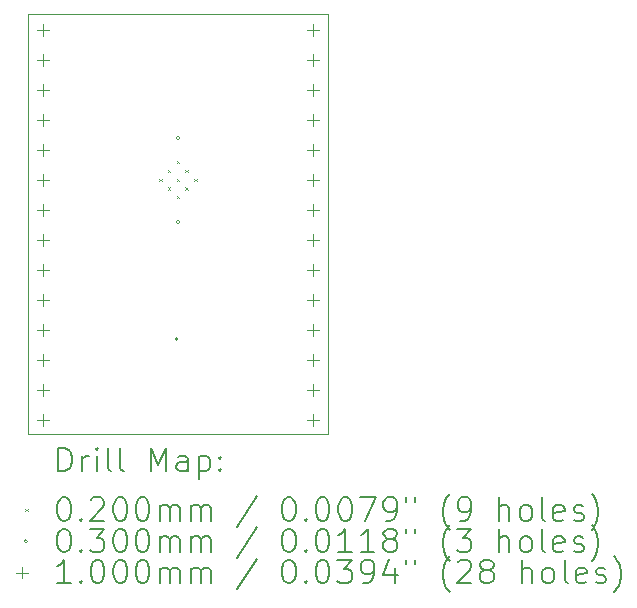
<source format=gbr>
%TF.GenerationSoftware,KiCad,Pcbnew,9.0.6*%
%TF.CreationDate,2026-01-08T22:09:00-06:00*%
%TF.ProjectId,QFN-24_4x4_P0.5,51464e2d-3234-45f3-9478-345f50302e35,rev?*%
%TF.SameCoordinates,Original*%
%TF.FileFunction,Drillmap*%
%TF.FilePolarity,Positive*%
%FSLAX45Y45*%
G04 Gerber Fmt 4.5, Leading zero omitted, Abs format (unit mm)*
G04 Created by KiCad (PCBNEW 9.0.6) date 2026-01-08 22:09:00*
%MOMM*%
%LPD*%
G01*
G04 APERTURE LIST*
%ADD10C,0.050000*%
%ADD11C,0.200000*%
%ADD12C,0.100000*%
G04 APERTURE END LIST*
D10*
X11049000Y-9493423D02*
X13589000Y-9493423D01*
X13589000Y-13049423D01*
X11049000Y-13049423D01*
X11049000Y-9493423D01*
D11*
D12*
X12160666Y-10884202D02*
X12180666Y-10904202D01*
X12180666Y-10884202D02*
X12160666Y-10904202D01*
X12234912Y-10809956D02*
X12254912Y-10829956D01*
X12254912Y-10809956D02*
X12234912Y-10829956D01*
X12234912Y-10958448D02*
X12254912Y-10978448D01*
X12254912Y-10958448D02*
X12234912Y-10978448D01*
X12309158Y-10735709D02*
X12329158Y-10755709D01*
X12329158Y-10735709D02*
X12309158Y-10755709D01*
X12309158Y-10884202D02*
X12329158Y-10904202D01*
X12329158Y-10884202D02*
X12309158Y-10904202D01*
X12309158Y-11032694D02*
X12329158Y-11052694D01*
X12329158Y-11032694D02*
X12309158Y-11052694D01*
X12383404Y-10809956D02*
X12403404Y-10829956D01*
X12403404Y-10809956D02*
X12383404Y-10829956D01*
X12383404Y-10958448D02*
X12403404Y-10978448D01*
X12403404Y-10958448D02*
X12383404Y-10978448D01*
X12457650Y-10884202D02*
X12477650Y-10904202D01*
X12477650Y-10884202D02*
X12457650Y-10904202D01*
X12324262Y-12242800D02*
G75*
G02*
X12294262Y-12242800I-15000J0D01*
G01*
X12294262Y-12242800D02*
G75*
G02*
X12324262Y-12242800I15000J0D01*
G01*
X12334000Y-10541000D02*
G75*
G02*
X12304000Y-10541000I-15000J0D01*
G01*
X12304000Y-10541000D02*
G75*
G02*
X12334000Y-10541000I15000J0D01*
G01*
X12334000Y-11252200D02*
G75*
G02*
X12304000Y-11252200I-15000J0D01*
G01*
X12304000Y-11252200D02*
G75*
G02*
X12334000Y-11252200I15000J0D01*
G01*
X11176000Y-9576600D02*
X11176000Y-9676600D01*
X11126000Y-9626600D02*
X11226000Y-9626600D01*
X11176000Y-9830600D02*
X11176000Y-9930600D01*
X11126000Y-9880600D02*
X11226000Y-9880600D01*
X11176000Y-10084600D02*
X11176000Y-10184600D01*
X11126000Y-10134600D02*
X11226000Y-10134600D01*
X11176000Y-10338600D02*
X11176000Y-10438600D01*
X11126000Y-10388600D02*
X11226000Y-10388600D01*
X11176000Y-10592600D02*
X11176000Y-10692600D01*
X11126000Y-10642600D02*
X11226000Y-10642600D01*
X11176000Y-10846600D02*
X11176000Y-10946600D01*
X11126000Y-10896600D02*
X11226000Y-10896600D01*
X11176000Y-11100600D02*
X11176000Y-11200600D01*
X11126000Y-11150600D02*
X11226000Y-11150600D01*
X11176000Y-11354600D02*
X11176000Y-11454600D01*
X11126000Y-11404600D02*
X11226000Y-11404600D01*
X11176000Y-11608600D02*
X11176000Y-11708600D01*
X11126000Y-11658600D02*
X11226000Y-11658600D01*
X11176000Y-11862600D02*
X11176000Y-11962600D01*
X11126000Y-11912600D02*
X11226000Y-11912600D01*
X11176000Y-12116600D02*
X11176000Y-12216600D01*
X11126000Y-12166600D02*
X11226000Y-12166600D01*
X11176000Y-12370600D02*
X11176000Y-12470600D01*
X11126000Y-12420600D02*
X11226000Y-12420600D01*
X11176000Y-12624600D02*
X11176000Y-12724600D01*
X11126000Y-12674600D02*
X11226000Y-12674600D01*
X11176000Y-12878600D02*
X11176000Y-12978600D01*
X11126000Y-12928600D02*
X11226000Y-12928600D01*
X13462000Y-9576600D02*
X13462000Y-9676600D01*
X13412000Y-9626600D02*
X13512000Y-9626600D01*
X13462000Y-9830600D02*
X13462000Y-9930600D01*
X13412000Y-9880600D02*
X13512000Y-9880600D01*
X13462000Y-10084600D02*
X13462000Y-10184600D01*
X13412000Y-10134600D02*
X13512000Y-10134600D01*
X13462000Y-10338600D02*
X13462000Y-10438600D01*
X13412000Y-10388600D02*
X13512000Y-10388600D01*
X13462000Y-10592600D02*
X13462000Y-10692600D01*
X13412000Y-10642600D02*
X13512000Y-10642600D01*
X13462000Y-10846600D02*
X13462000Y-10946600D01*
X13412000Y-10896600D02*
X13512000Y-10896600D01*
X13462000Y-11100600D02*
X13462000Y-11200600D01*
X13412000Y-11150600D02*
X13512000Y-11150600D01*
X13462000Y-11354600D02*
X13462000Y-11454600D01*
X13412000Y-11404600D02*
X13512000Y-11404600D01*
X13462000Y-11608600D02*
X13462000Y-11708600D01*
X13412000Y-11658600D02*
X13512000Y-11658600D01*
X13462000Y-11862600D02*
X13462000Y-11962600D01*
X13412000Y-11912600D02*
X13512000Y-11912600D01*
X13462000Y-12116600D02*
X13462000Y-12216600D01*
X13412000Y-12166600D02*
X13512000Y-12166600D01*
X13462000Y-12370600D02*
X13462000Y-12470600D01*
X13412000Y-12420600D02*
X13512000Y-12420600D01*
X13462000Y-12624600D02*
X13462000Y-12724600D01*
X13412000Y-12674600D02*
X13512000Y-12674600D01*
X13462000Y-12878600D02*
X13462000Y-12978600D01*
X13412000Y-12928600D02*
X13512000Y-12928600D01*
D11*
X11307277Y-13363407D02*
X11307277Y-13163407D01*
X11307277Y-13163407D02*
X11354896Y-13163407D01*
X11354896Y-13163407D02*
X11383467Y-13172931D01*
X11383467Y-13172931D02*
X11402515Y-13191978D01*
X11402515Y-13191978D02*
X11412039Y-13211026D01*
X11412039Y-13211026D02*
X11421562Y-13249121D01*
X11421562Y-13249121D02*
X11421562Y-13277692D01*
X11421562Y-13277692D02*
X11412039Y-13315788D01*
X11412039Y-13315788D02*
X11402515Y-13334835D01*
X11402515Y-13334835D02*
X11383467Y-13353883D01*
X11383467Y-13353883D02*
X11354896Y-13363407D01*
X11354896Y-13363407D02*
X11307277Y-13363407D01*
X11507277Y-13363407D02*
X11507277Y-13230073D01*
X11507277Y-13268169D02*
X11516801Y-13249121D01*
X11516801Y-13249121D02*
X11526324Y-13239597D01*
X11526324Y-13239597D02*
X11545372Y-13230073D01*
X11545372Y-13230073D02*
X11564420Y-13230073D01*
X11631086Y-13363407D02*
X11631086Y-13230073D01*
X11631086Y-13163407D02*
X11621562Y-13172931D01*
X11621562Y-13172931D02*
X11631086Y-13182454D01*
X11631086Y-13182454D02*
X11640610Y-13172931D01*
X11640610Y-13172931D02*
X11631086Y-13163407D01*
X11631086Y-13163407D02*
X11631086Y-13182454D01*
X11754896Y-13363407D02*
X11735848Y-13353883D01*
X11735848Y-13353883D02*
X11726324Y-13334835D01*
X11726324Y-13334835D02*
X11726324Y-13163407D01*
X11859658Y-13363407D02*
X11840610Y-13353883D01*
X11840610Y-13353883D02*
X11831086Y-13334835D01*
X11831086Y-13334835D02*
X11831086Y-13163407D01*
X12088229Y-13363407D02*
X12088229Y-13163407D01*
X12088229Y-13163407D02*
X12154896Y-13306264D01*
X12154896Y-13306264D02*
X12221562Y-13163407D01*
X12221562Y-13163407D02*
X12221562Y-13363407D01*
X12402515Y-13363407D02*
X12402515Y-13258645D01*
X12402515Y-13258645D02*
X12392991Y-13239597D01*
X12392991Y-13239597D02*
X12373943Y-13230073D01*
X12373943Y-13230073D02*
X12335848Y-13230073D01*
X12335848Y-13230073D02*
X12316801Y-13239597D01*
X12402515Y-13353883D02*
X12383467Y-13363407D01*
X12383467Y-13363407D02*
X12335848Y-13363407D01*
X12335848Y-13363407D02*
X12316801Y-13353883D01*
X12316801Y-13353883D02*
X12307277Y-13334835D01*
X12307277Y-13334835D02*
X12307277Y-13315788D01*
X12307277Y-13315788D02*
X12316801Y-13296740D01*
X12316801Y-13296740D02*
X12335848Y-13287216D01*
X12335848Y-13287216D02*
X12383467Y-13287216D01*
X12383467Y-13287216D02*
X12402515Y-13277692D01*
X12497753Y-13230073D02*
X12497753Y-13430073D01*
X12497753Y-13239597D02*
X12516801Y-13230073D01*
X12516801Y-13230073D02*
X12554896Y-13230073D01*
X12554896Y-13230073D02*
X12573943Y-13239597D01*
X12573943Y-13239597D02*
X12583467Y-13249121D01*
X12583467Y-13249121D02*
X12592991Y-13268169D01*
X12592991Y-13268169D02*
X12592991Y-13325311D01*
X12592991Y-13325311D02*
X12583467Y-13344359D01*
X12583467Y-13344359D02*
X12573943Y-13353883D01*
X12573943Y-13353883D02*
X12554896Y-13363407D01*
X12554896Y-13363407D02*
X12516801Y-13363407D01*
X12516801Y-13363407D02*
X12497753Y-13353883D01*
X12678705Y-13344359D02*
X12688229Y-13353883D01*
X12688229Y-13353883D02*
X12678705Y-13363407D01*
X12678705Y-13363407D02*
X12669182Y-13353883D01*
X12669182Y-13353883D02*
X12678705Y-13344359D01*
X12678705Y-13344359D02*
X12678705Y-13363407D01*
X12678705Y-13239597D02*
X12688229Y-13249121D01*
X12688229Y-13249121D02*
X12678705Y-13258645D01*
X12678705Y-13258645D02*
X12669182Y-13249121D01*
X12669182Y-13249121D02*
X12678705Y-13239597D01*
X12678705Y-13239597D02*
X12678705Y-13258645D01*
D12*
X11026500Y-13681923D02*
X11046500Y-13701923D01*
X11046500Y-13681923D02*
X11026500Y-13701923D01*
D11*
X11345372Y-13583407D02*
X11364420Y-13583407D01*
X11364420Y-13583407D02*
X11383467Y-13592931D01*
X11383467Y-13592931D02*
X11392991Y-13602454D01*
X11392991Y-13602454D02*
X11402515Y-13621502D01*
X11402515Y-13621502D02*
X11412039Y-13659597D01*
X11412039Y-13659597D02*
X11412039Y-13707216D01*
X11412039Y-13707216D02*
X11402515Y-13745311D01*
X11402515Y-13745311D02*
X11392991Y-13764359D01*
X11392991Y-13764359D02*
X11383467Y-13773883D01*
X11383467Y-13773883D02*
X11364420Y-13783407D01*
X11364420Y-13783407D02*
X11345372Y-13783407D01*
X11345372Y-13783407D02*
X11326324Y-13773883D01*
X11326324Y-13773883D02*
X11316801Y-13764359D01*
X11316801Y-13764359D02*
X11307277Y-13745311D01*
X11307277Y-13745311D02*
X11297753Y-13707216D01*
X11297753Y-13707216D02*
X11297753Y-13659597D01*
X11297753Y-13659597D02*
X11307277Y-13621502D01*
X11307277Y-13621502D02*
X11316801Y-13602454D01*
X11316801Y-13602454D02*
X11326324Y-13592931D01*
X11326324Y-13592931D02*
X11345372Y-13583407D01*
X11497753Y-13764359D02*
X11507277Y-13773883D01*
X11507277Y-13773883D02*
X11497753Y-13783407D01*
X11497753Y-13783407D02*
X11488229Y-13773883D01*
X11488229Y-13773883D02*
X11497753Y-13764359D01*
X11497753Y-13764359D02*
X11497753Y-13783407D01*
X11583467Y-13602454D02*
X11592991Y-13592931D01*
X11592991Y-13592931D02*
X11612039Y-13583407D01*
X11612039Y-13583407D02*
X11659658Y-13583407D01*
X11659658Y-13583407D02*
X11678705Y-13592931D01*
X11678705Y-13592931D02*
X11688229Y-13602454D01*
X11688229Y-13602454D02*
X11697753Y-13621502D01*
X11697753Y-13621502D02*
X11697753Y-13640550D01*
X11697753Y-13640550D02*
X11688229Y-13669121D01*
X11688229Y-13669121D02*
X11573943Y-13783407D01*
X11573943Y-13783407D02*
X11697753Y-13783407D01*
X11821562Y-13583407D02*
X11840610Y-13583407D01*
X11840610Y-13583407D02*
X11859658Y-13592931D01*
X11859658Y-13592931D02*
X11869182Y-13602454D01*
X11869182Y-13602454D02*
X11878705Y-13621502D01*
X11878705Y-13621502D02*
X11888229Y-13659597D01*
X11888229Y-13659597D02*
X11888229Y-13707216D01*
X11888229Y-13707216D02*
X11878705Y-13745311D01*
X11878705Y-13745311D02*
X11869182Y-13764359D01*
X11869182Y-13764359D02*
X11859658Y-13773883D01*
X11859658Y-13773883D02*
X11840610Y-13783407D01*
X11840610Y-13783407D02*
X11821562Y-13783407D01*
X11821562Y-13783407D02*
X11802515Y-13773883D01*
X11802515Y-13773883D02*
X11792991Y-13764359D01*
X11792991Y-13764359D02*
X11783467Y-13745311D01*
X11783467Y-13745311D02*
X11773943Y-13707216D01*
X11773943Y-13707216D02*
X11773943Y-13659597D01*
X11773943Y-13659597D02*
X11783467Y-13621502D01*
X11783467Y-13621502D02*
X11792991Y-13602454D01*
X11792991Y-13602454D02*
X11802515Y-13592931D01*
X11802515Y-13592931D02*
X11821562Y-13583407D01*
X12012039Y-13583407D02*
X12031086Y-13583407D01*
X12031086Y-13583407D02*
X12050134Y-13592931D01*
X12050134Y-13592931D02*
X12059658Y-13602454D01*
X12059658Y-13602454D02*
X12069182Y-13621502D01*
X12069182Y-13621502D02*
X12078705Y-13659597D01*
X12078705Y-13659597D02*
X12078705Y-13707216D01*
X12078705Y-13707216D02*
X12069182Y-13745311D01*
X12069182Y-13745311D02*
X12059658Y-13764359D01*
X12059658Y-13764359D02*
X12050134Y-13773883D01*
X12050134Y-13773883D02*
X12031086Y-13783407D01*
X12031086Y-13783407D02*
X12012039Y-13783407D01*
X12012039Y-13783407D02*
X11992991Y-13773883D01*
X11992991Y-13773883D02*
X11983467Y-13764359D01*
X11983467Y-13764359D02*
X11973943Y-13745311D01*
X11973943Y-13745311D02*
X11964420Y-13707216D01*
X11964420Y-13707216D02*
X11964420Y-13659597D01*
X11964420Y-13659597D02*
X11973943Y-13621502D01*
X11973943Y-13621502D02*
X11983467Y-13602454D01*
X11983467Y-13602454D02*
X11992991Y-13592931D01*
X11992991Y-13592931D02*
X12012039Y-13583407D01*
X12164420Y-13783407D02*
X12164420Y-13650073D01*
X12164420Y-13669121D02*
X12173943Y-13659597D01*
X12173943Y-13659597D02*
X12192991Y-13650073D01*
X12192991Y-13650073D02*
X12221563Y-13650073D01*
X12221563Y-13650073D02*
X12240610Y-13659597D01*
X12240610Y-13659597D02*
X12250134Y-13678645D01*
X12250134Y-13678645D02*
X12250134Y-13783407D01*
X12250134Y-13678645D02*
X12259658Y-13659597D01*
X12259658Y-13659597D02*
X12278705Y-13650073D01*
X12278705Y-13650073D02*
X12307277Y-13650073D01*
X12307277Y-13650073D02*
X12326324Y-13659597D01*
X12326324Y-13659597D02*
X12335848Y-13678645D01*
X12335848Y-13678645D02*
X12335848Y-13783407D01*
X12431086Y-13783407D02*
X12431086Y-13650073D01*
X12431086Y-13669121D02*
X12440610Y-13659597D01*
X12440610Y-13659597D02*
X12459658Y-13650073D01*
X12459658Y-13650073D02*
X12488229Y-13650073D01*
X12488229Y-13650073D02*
X12507277Y-13659597D01*
X12507277Y-13659597D02*
X12516801Y-13678645D01*
X12516801Y-13678645D02*
X12516801Y-13783407D01*
X12516801Y-13678645D02*
X12526324Y-13659597D01*
X12526324Y-13659597D02*
X12545372Y-13650073D01*
X12545372Y-13650073D02*
X12573943Y-13650073D01*
X12573943Y-13650073D02*
X12592991Y-13659597D01*
X12592991Y-13659597D02*
X12602515Y-13678645D01*
X12602515Y-13678645D02*
X12602515Y-13783407D01*
X12992991Y-13573883D02*
X12821563Y-13831026D01*
X13250134Y-13583407D02*
X13269182Y-13583407D01*
X13269182Y-13583407D02*
X13288229Y-13592931D01*
X13288229Y-13592931D02*
X13297753Y-13602454D01*
X13297753Y-13602454D02*
X13307277Y-13621502D01*
X13307277Y-13621502D02*
X13316801Y-13659597D01*
X13316801Y-13659597D02*
X13316801Y-13707216D01*
X13316801Y-13707216D02*
X13307277Y-13745311D01*
X13307277Y-13745311D02*
X13297753Y-13764359D01*
X13297753Y-13764359D02*
X13288229Y-13773883D01*
X13288229Y-13773883D02*
X13269182Y-13783407D01*
X13269182Y-13783407D02*
X13250134Y-13783407D01*
X13250134Y-13783407D02*
X13231086Y-13773883D01*
X13231086Y-13773883D02*
X13221563Y-13764359D01*
X13221563Y-13764359D02*
X13212039Y-13745311D01*
X13212039Y-13745311D02*
X13202515Y-13707216D01*
X13202515Y-13707216D02*
X13202515Y-13659597D01*
X13202515Y-13659597D02*
X13212039Y-13621502D01*
X13212039Y-13621502D02*
X13221563Y-13602454D01*
X13221563Y-13602454D02*
X13231086Y-13592931D01*
X13231086Y-13592931D02*
X13250134Y-13583407D01*
X13402515Y-13764359D02*
X13412039Y-13773883D01*
X13412039Y-13773883D02*
X13402515Y-13783407D01*
X13402515Y-13783407D02*
X13392991Y-13773883D01*
X13392991Y-13773883D02*
X13402515Y-13764359D01*
X13402515Y-13764359D02*
X13402515Y-13783407D01*
X13535848Y-13583407D02*
X13554896Y-13583407D01*
X13554896Y-13583407D02*
X13573944Y-13592931D01*
X13573944Y-13592931D02*
X13583467Y-13602454D01*
X13583467Y-13602454D02*
X13592991Y-13621502D01*
X13592991Y-13621502D02*
X13602515Y-13659597D01*
X13602515Y-13659597D02*
X13602515Y-13707216D01*
X13602515Y-13707216D02*
X13592991Y-13745311D01*
X13592991Y-13745311D02*
X13583467Y-13764359D01*
X13583467Y-13764359D02*
X13573944Y-13773883D01*
X13573944Y-13773883D02*
X13554896Y-13783407D01*
X13554896Y-13783407D02*
X13535848Y-13783407D01*
X13535848Y-13783407D02*
X13516801Y-13773883D01*
X13516801Y-13773883D02*
X13507277Y-13764359D01*
X13507277Y-13764359D02*
X13497753Y-13745311D01*
X13497753Y-13745311D02*
X13488229Y-13707216D01*
X13488229Y-13707216D02*
X13488229Y-13659597D01*
X13488229Y-13659597D02*
X13497753Y-13621502D01*
X13497753Y-13621502D02*
X13507277Y-13602454D01*
X13507277Y-13602454D02*
X13516801Y-13592931D01*
X13516801Y-13592931D02*
X13535848Y-13583407D01*
X13726325Y-13583407D02*
X13745372Y-13583407D01*
X13745372Y-13583407D02*
X13764420Y-13592931D01*
X13764420Y-13592931D02*
X13773944Y-13602454D01*
X13773944Y-13602454D02*
X13783467Y-13621502D01*
X13783467Y-13621502D02*
X13792991Y-13659597D01*
X13792991Y-13659597D02*
X13792991Y-13707216D01*
X13792991Y-13707216D02*
X13783467Y-13745311D01*
X13783467Y-13745311D02*
X13773944Y-13764359D01*
X13773944Y-13764359D02*
X13764420Y-13773883D01*
X13764420Y-13773883D02*
X13745372Y-13783407D01*
X13745372Y-13783407D02*
X13726325Y-13783407D01*
X13726325Y-13783407D02*
X13707277Y-13773883D01*
X13707277Y-13773883D02*
X13697753Y-13764359D01*
X13697753Y-13764359D02*
X13688229Y-13745311D01*
X13688229Y-13745311D02*
X13678706Y-13707216D01*
X13678706Y-13707216D02*
X13678706Y-13659597D01*
X13678706Y-13659597D02*
X13688229Y-13621502D01*
X13688229Y-13621502D02*
X13697753Y-13602454D01*
X13697753Y-13602454D02*
X13707277Y-13592931D01*
X13707277Y-13592931D02*
X13726325Y-13583407D01*
X13859658Y-13583407D02*
X13992991Y-13583407D01*
X13992991Y-13583407D02*
X13907277Y-13783407D01*
X14078706Y-13783407D02*
X14116801Y-13783407D01*
X14116801Y-13783407D02*
X14135848Y-13773883D01*
X14135848Y-13773883D02*
X14145372Y-13764359D01*
X14145372Y-13764359D02*
X14164420Y-13735788D01*
X14164420Y-13735788D02*
X14173944Y-13697692D01*
X14173944Y-13697692D02*
X14173944Y-13621502D01*
X14173944Y-13621502D02*
X14164420Y-13602454D01*
X14164420Y-13602454D02*
X14154896Y-13592931D01*
X14154896Y-13592931D02*
X14135848Y-13583407D01*
X14135848Y-13583407D02*
X14097753Y-13583407D01*
X14097753Y-13583407D02*
X14078706Y-13592931D01*
X14078706Y-13592931D02*
X14069182Y-13602454D01*
X14069182Y-13602454D02*
X14059658Y-13621502D01*
X14059658Y-13621502D02*
X14059658Y-13669121D01*
X14059658Y-13669121D02*
X14069182Y-13688169D01*
X14069182Y-13688169D02*
X14078706Y-13697692D01*
X14078706Y-13697692D02*
X14097753Y-13707216D01*
X14097753Y-13707216D02*
X14135848Y-13707216D01*
X14135848Y-13707216D02*
X14154896Y-13697692D01*
X14154896Y-13697692D02*
X14164420Y-13688169D01*
X14164420Y-13688169D02*
X14173944Y-13669121D01*
X14250134Y-13583407D02*
X14250134Y-13621502D01*
X14326325Y-13583407D02*
X14326325Y-13621502D01*
X14621563Y-13859597D02*
X14612039Y-13850073D01*
X14612039Y-13850073D02*
X14592991Y-13821502D01*
X14592991Y-13821502D02*
X14583468Y-13802454D01*
X14583468Y-13802454D02*
X14573944Y-13773883D01*
X14573944Y-13773883D02*
X14564420Y-13726264D01*
X14564420Y-13726264D02*
X14564420Y-13688169D01*
X14564420Y-13688169D02*
X14573944Y-13640550D01*
X14573944Y-13640550D02*
X14583468Y-13611978D01*
X14583468Y-13611978D02*
X14592991Y-13592931D01*
X14592991Y-13592931D02*
X14612039Y-13564359D01*
X14612039Y-13564359D02*
X14621563Y-13554835D01*
X14707277Y-13783407D02*
X14745372Y-13783407D01*
X14745372Y-13783407D02*
X14764420Y-13773883D01*
X14764420Y-13773883D02*
X14773944Y-13764359D01*
X14773944Y-13764359D02*
X14792991Y-13735788D01*
X14792991Y-13735788D02*
X14802515Y-13697692D01*
X14802515Y-13697692D02*
X14802515Y-13621502D01*
X14802515Y-13621502D02*
X14792991Y-13602454D01*
X14792991Y-13602454D02*
X14783468Y-13592931D01*
X14783468Y-13592931D02*
X14764420Y-13583407D01*
X14764420Y-13583407D02*
X14726325Y-13583407D01*
X14726325Y-13583407D02*
X14707277Y-13592931D01*
X14707277Y-13592931D02*
X14697753Y-13602454D01*
X14697753Y-13602454D02*
X14688229Y-13621502D01*
X14688229Y-13621502D02*
X14688229Y-13669121D01*
X14688229Y-13669121D02*
X14697753Y-13688169D01*
X14697753Y-13688169D02*
X14707277Y-13697692D01*
X14707277Y-13697692D02*
X14726325Y-13707216D01*
X14726325Y-13707216D02*
X14764420Y-13707216D01*
X14764420Y-13707216D02*
X14783468Y-13697692D01*
X14783468Y-13697692D02*
X14792991Y-13688169D01*
X14792991Y-13688169D02*
X14802515Y-13669121D01*
X15040610Y-13783407D02*
X15040610Y-13583407D01*
X15126325Y-13783407D02*
X15126325Y-13678645D01*
X15126325Y-13678645D02*
X15116801Y-13659597D01*
X15116801Y-13659597D02*
X15097753Y-13650073D01*
X15097753Y-13650073D02*
X15069182Y-13650073D01*
X15069182Y-13650073D02*
X15050134Y-13659597D01*
X15050134Y-13659597D02*
X15040610Y-13669121D01*
X15250134Y-13783407D02*
X15231087Y-13773883D01*
X15231087Y-13773883D02*
X15221563Y-13764359D01*
X15221563Y-13764359D02*
X15212039Y-13745311D01*
X15212039Y-13745311D02*
X15212039Y-13688169D01*
X15212039Y-13688169D02*
X15221563Y-13669121D01*
X15221563Y-13669121D02*
X15231087Y-13659597D01*
X15231087Y-13659597D02*
X15250134Y-13650073D01*
X15250134Y-13650073D02*
X15278706Y-13650073D01*
X15278706Y-13650073D02*
X15297753Y-13659597D01*
X15297753Y-13659597D02*
X15307277Y-13669121D01*
X15307277Y-13669121D02*
X15316801Y-13688169D01*
X15316801Y-13688169D02*
X15316801Y-13745311D01*
X15316801Y-13745311D02*
X15307277Y-13764359D01*
X15307277Y-13764359D02*
X15297753Y-13773883D01*
X15297753Y-13773883D02*
X15278706Y-13783407D01*
X15278706Y-13783407D02*
X15250134Y-13783407D01*
X15431087Y-13783407D02*
X15412039Y-13773883D01*
X15412039Y-13773883D02*
X15402515Y-13754835D01*
X15402515Y-13754835D02*
X15402515Y-13583407D01*
X15583468Y-13773883D02*
X15564420Y-13783407D01*
X15564420Y-13783407D02*
X15526325Y-13783407D01*
X15526325Y-13783407D02*
X15507277Y-13773883D01*
X15507277Y-13773883D02*
X15497753Y-13754835D01*
X15497753Y-13754835D02*
X15497753Y-13678645D01*
X15497753Y-13678645D02*
X15507277Y-13659597D01*
X15507277Y-13659597D02*
X15526325Y-13650073D01*
X15526325Y-13650073D02*
X15564420Y-13650073D01*
X15564420Y-13650073D02*
X15583468Y-13659597D01*
X15583468Y-13659597D02*
X15592991Y-13678645D01*
X15592991Y-13678645D02*
X15592991Y-13697692D01*
X15592991Y-13697692D02*
X15497753Y-13716740D01*
X15669182Y-13773883D02*
X15688230Y-13783407D01*
X15688230Y-13783407D02*
X15726325Y-13783407D01*
X15726325Y-13783407D02*
X15745372Y-13773883D01*
X15745372Y-13773883D02*
X15754896Y-13754835D01*
X15754896Y-13754835D02*
X15754896Y-13745311D01*
X15754896Y-13745311D02*
X15745372Y-13726264D01*
X15745372Y-13726264D02*
X15726325Y-13716740D01*
X15726325Y-13716740D02*
X15697753Y-13716740D01*
X15697753Y-13716740D02*
X15678706Y-13707216D01*
X15678706Y-13707216D02*
X15669182Y-13688169D01*
X15669182Y-13688169D02*
X15669182Y-13678645D01*
X15669182Y-13678645D02*
X15678706Y-13659597D01*
X15678706Y-13659597D02*
X15697753Y-13650073D01*
X15697753Y-13650073D02*
X15726325Y-13650073D01*
X15726325Y-13650073D02*
X15745372Y-13659597D01*
X15821563Y-13859597D02*
X15831087Y-13850073D01*
X15831087Y-13850073D02*
X15850134Y-13821502D01*
X15850134Y-13821502D02*
X15859658Y-13802454D01*
X15859658Y-13802454D02*
X15869182Y-13773883D01*
X15869182Y-13773883D02*
X15878706Y-13726264D01*
X15878706Y-13726264D02*
X15878706Y-13688169D01*
X15878706Y-13688169D02*
X15869182Y-13640550D01*
X15869182Y-13640550D02*
X15859658Y-13611978D01*
X15859658Y-13611978D02*
X15850134Y-13592931D01*
X15850134Y-13592931D02*
X15831087Y-13564359D01*
X15831087Y-13564359D02*
X15821563Y-13554835D01*
D12*
X11046500Y-13955923D02*
G75*
G02*
X11016500Y-13955923I-15000J0D01*
G01*
X11016500Y-13955923D02*
G75*
G02*
X11046500Y-13955923I15000J0D01*
G01*
D11*
X11345372Y-13847407D02*
X11364420Y-13847407D01*
X11364420Y-13847407D02*
X11383467Y-13856931D01*
X11383467Y-13856931D02*
X11392991Y-13866454D01*
X11392991Y-13866454D02*
X11402515Y-13885502D01*
X11402515Y-13885502D02*
X11412039Y-13923597D01*
X11412039Y-13923597D02*
X11412039Y-13971216D01*
X11412039Y-13971216D02*
X11402515Y-14009311D01*
X11402515Y-14009311D02*
X11392991Y-14028359D01*
X11392991Y-14028359D02*
X11383467Y-14037883D01*
X11383467Y-14037883D02*
X11364420Y-14047407D01*
X11364420Y-14047407D02*
X11345372Y-14047407D01*
X11345372Y-14047407D02*
X11326324Y-14037883D01*
X11326324Y-14037883D02*
X11316801Y-14028359D01*
X11316801Y-14028359D02*
X11307277Y-14009311D01*
X11307277Y-14009311D02*
X11297753Y-13971216D01*
X11297753Y-13971216D02*
X11297753Y-13923597D01*
X11297753Y-13923597D02*
X11307277Y-13885502D01*
X11307277Y-13885502D02*
X11316801Y-13866454D01*
X11316801Y-13866454D02*
X11326324Y-13856931D01*
X11326324Y-13856931D02*
X11345372Y-13847407D01*
X11497753Y-14028359D02*
X11507277Y-14037883D01*
X11507277Y-14037883D02*
X11497753Y-14047407D01*
X11497753Y-14047407D02*
X11488229Y-14037883D01*
X11488229Y-14037883D02*
X11497753Y-14028359D01*
X11497753Y-14028359D02*
X11497753Y-14047407D01*
X11573943Y-13847407D02*
X11697753Y-13847407D01*
X11697753Y-13847407D02*
X11631086Y-13923597D01*
X11631086Y-13923597D02*
X11659658Y-13923597D01*
X11659658Y-13923597D02*
X11678705Y-13933121D01*
X11678705Y-13933121D02*
X11688229Y-13942645D01*
X11688229Y-13942645D02*
X11697753Y-13961692D01*
X11697753Y-13961692D02*
X11697753Y-14009311D01*
X11697753Y-14009311D02*
X11688229Y-14028359D01*
X11688229Y-14028359D02*
X11678705Y-14037883D01*
X11678705Y-14037883D02*
X11659658Y-14047407D01*
X11659658Y-14047407D02*
X11602515Y-14047407D01*
X11602515Y-14047407D02*
X11583467Y-14037883D01*
X11583467Y-14037883D02*
X11573943Y-14028359D01*
X11821562Y-13847407D02*
X11840610Y-13847407D01*
X11840610Y-13847407D02*
X11859658Y-13856931D01*
X11859658Y-13856931D02*
X11869182Y-13866454D01*
X11869182Y-13866454D02*
X11878705Y-13885502D01*
X11878705Y-13885502D02*
X11888229Y-13923597D01*
X11888229Y-13923597D02*
X11888229Y-13971216D01*
X11888229Y-13971216D02*
X11878705Y-14009311D01*
X11878705Y-14009311D02*
X11869182Y-14028359D01*
X11869182Y-14028359D02*
X11859658Y-14037883D01*
X11859658Y-14037883D02*
X11840610Y-14047407D01*
X11840610Y-14047407D02*
X11821562Y-14047407D01*
X11821562Y-14047407D02*
X11802515Y-14037883D01*
X11802515Y-14037883D02*
X11792991Y-14028359D01*
X11792991Y-14028359D02*
X11783467Y-14009311D01*
X11783467Y-14009311D02*
X11773943Y-13971216D01*
X11773943Y-13971216D02*
X11773943Y-13923597D01*
X11773943Y-13923597D02*
X11783467Y-13885502D01*
X11783467Y-13885502D02*
X11792991Y-13866454D01*
X11792991Y-13866454D02*
X11802515Y-13856931D01*
X11802515Y-13856931D02*
X11821562Y-13847407D01*
X12012039Y-13847407D02*
X12031086Y-13847407D01*
X12031086Y-13847407D02*
X12050134Y-13856931D01*
X12050134Y-13856931D02*
X12059658Y-13866454D01*
X12059658Y-13866454D02*
X12069182Y-13885502D01*
X12069182Y-13885502D02*
X12078705Y-13923597D01*
X12078705Y-13923597D02*
X12078705Y-13971216D01*
X12078705Y-13971216D02*
X12069182Y-14009311D01*
X12069182Y-14009311D02*
X12059658Y-14028359D01*
X12059658Y-14028359D02*
X12050134Y-14037883D01*
X12050134Y-14037883D02*
X12031086Y-14047407D01*
X12031086Y-14047407D02*
X12012039Y-14047407D01*
X12012039Y-14047407D02*
X11992991Y-14037883D01*
X11992991Y-14037883D02*
X11983467Y-14028359D01*
X11983467Y-14028359D02*
X11973943Y-14009311D01*
X11973943Y-14009311D02*
X11964420Y-13971216D01*
X11964420Y-13971216D02*
X11964420Y-13923597D01*
X11964420Y-13923597D02*
X11973943Y-13885502D01*
X11973943Y-13885502D02*
X11983467Y-13866454D01*
X11983467Y-13866454D02*
X11992991Y-13856931D01*
X11992991Y-13856931D02*
X12012039Y-13847407D01*
X12164420Y-14047407D02*
X12164420Y-13914073D01*
X12164420Y-13933121D02*
X12173943Y-13923597D01*
X12173943Y-13923597D02*
X12192991Y-13914073D01*
X12192991Y-13914073D02*
X12221563Y-13914073D01*
X12221563Y-13914073D02*
X12240610Y-13923597D01*
X12240610Y-13923597D02*
X12250134Y-13942645D01*
X12250134Y-13942645D02*
X12250134Y-14047407D01*
X12250134Y-13942645D02*
X12259658Y-13923597D01*
X12259658Y-13923597D02*
X12278705Y-13914073D01*
X12278705Y-13914073D02*
X12307277Y-13914073D01*
X12307277Y-13914073D02*
X12326324Y-13923597D01*
X12326324Y-13923597D02*
X12335848Y-13942645D01*
X12335848Y-13942645D02*
X12335848Y-14047407D01*
X12431086Y-14047407D02*
X12431086Y-13914073D01*
X12431086Y-13933121D02*
X12440610Y-13923597D01*
X12440610Y-13923597D02*
X12459658Y-13914073D01*
X12459658Y-13914073D02*
X12488229Y-13914073D01*
X12488229Y-13914073D02*
X12507277Y-13923597D01*
X12507277Y-13923597D02*
X12516801Y-13942645D01*
X12516801Y-13942645D02*
X12516801Y-14047407D01*
X12516801Y-13942645D02*
X12526324Y-13923597D01*
X12526324Y-13923597D02*
X12545372Y-13914073D01*
X12545372Y-13914073D02*
X12573943Y-13914073D01*
X12573943Y-13914073D02*
X12592991Y-13923597D01*
X12592991Y-13923597D02*
X12602515Y-13942645D01*
X12602515Y-13942645D02*
X12602515Y-14047407D01*
X12992991Y-13837883D02*
X12821563Y-14095026D01*
X13250134Y-13847407D02*
X13269182Y-13847407D01*
X13269182Y-13847407D02*
X13288229Y-13856931D01*
X13288229Y-13856931D02*
X13297753Y-13866454D01*
X13297753Y-13866454D02*
X13307277Y-13885502D01*
X13307277Y-13885502D02*
X13316801Y-13923597D01*
X13316801Y-13923597D02*
X13316801Y-13971216D01*
X13316801Y-13971216D02*
X13307277Y-14009311D01*
X13307277Y-14009311D02*
X13297753Y-14028359D01*
X13297753Y-14028359D02*
X13288229Y-14037883D01*
X13288229Y-14037883D02*
X13269182Y-14047407D01*
X13269182Y-14047407D02*
X13250134Y-14047407D01*
X13250134Y-14047407D02*
X13231086Y-14037883D01*
X13231086Y-14037883D02*
X13221563Y-14028359D01*
X13221563Y-14028359D02*
X13212039Y-14009311D01*
X13212039Y-14009311D02*
X13202515Y-13971216D01*
X13202515Y-13971216D02*
X13202515Y-13923597D01*
X13202515Y-13923597D02*
X13212039Y-13885502D01*
X13212039Y-13885502D02*
X13221563Y-13866454D01*
X13221563Y-13866454D02*
X13231086Y-13856931D01*
X13231086Y-13856931D02*
X13250134Y-13847407D01*
X13402515Y-14028359D02*
X13412039Y-14037883D01*
X13412039Y-14037883D02*
X13402515Y-14047407D01*
X13402515Y-14047407D02*
X13392991Y-14037883D01*
X13392991Y-14037883D02*
X13402515Y-14028359D01*
X13402515Y-14028359D02*
X13402515Y-14047407D01*
X13535848Y-13847407D02*
X13554896Y-13847407D01*
X13554896Y-13847407D02*
X13573944Y-13856931D01*
X13573944Y-13856931D02*
X13583467Y-13866454D01*
X13583467Y-13866454D02*
X13592991Y-13885502D01*
X13592991Y-13885502D02*
X13602515Y-13923597D01*
X13602515Y-13923597D02*
X13602515Y-13971216D01*
X13602515Y-13971216D02*
X13592991Y-14009311D01*
X13592991Y-14009311D02*
X13583467Y-14028359D01*
X13583467Y-14028359D02*
X13573944Y-14037883D01*
X13573944Y-14037883D02*
X13554896Y-14047407D01*
X13554896Y-14047407D02*
X13535848Y-14047407D01*
X13535848Y-14047407D02*
X13516801Y-14037883D01*
X13516801Y-14037883D02*
X13507277Y-14028359D01*
X13507277Y-14028359D02*
X13497753Y-14009311D01*
X13497753Y-14009311D02*
X13488229Y-13971216D01*
X13488229Y-13971216D02*
X13488229Y-13923597D01*
X13488229Y-13923597D02*
X13497753Y-13885502D01*
X13497753Y-13885502D02*
X13507277Y-13866454D01*
X13507277Y-13866454D02*
X13516801Y-13856931D01*
X13516801Y-13856931D02*
X13535848Y-13847407D01*
X13792991Y-14047407D02*
X13678706Y-14047407D01*
X13735848Y-14047407D02*
X13735848Y-13847407D01*
X13735848Y-13847407D02*
X13716801Y-13875978D01*
X13716801Y-13875978D02*
X13697753Y-13895026D01*
X13697753Y-13895026D02*
X13678706Y-13904550D01*
X13983467Y-14047407D02*
X13869182Y-14047407D01*
X13926325Y-14047407D02*
X13926325Y-13847407D01*
X13926325Y-13847407D02*
X13907277Y-13875978D01*
X13907277Y-13875978D02*
X13888229Y-13895026D01*
X13888229Y-13895026D02*
X13869182Y-13904550D01*
X14097753Y-13933121D02*
X14078706Y-13923597D01*
X14078706Y-13923597D02*
X14069182Y-13914073D01*
X14069182Y-13914073D02*
X14059658Y-13895026D01*
X14059658Y-13895026D02*
X14059658Y-13885502D01*
X14059658Y-13885502D02*
X14069182Y-13866454D01*
X14069182Y-13866454D02*
X14078706Y-13856931D01*
X14078706Y-13856931D02*
X14097753Y-13847407D01*
X14097753Y-13847407D02*
X14135848Y-13847407D01*
X14135848Y-13847407D02*
X14154896Y-13856931D01*
X14154896Y-13856931D02*
X14164420Y-13866454D01*
X14164420Y-13866454D02*
X14173944Y-13885502D01*
X14173944Y-13885502D02*
X14173944Y-13895026D01*
X14173944Y-13895026D02*
X14164420Y-13914073D01*
X14164420Y-13914073D02*
X14154896Y-13923597D01*
X14154896Y-13923597D02*
X14135848Y-13933121D01*
X14135848Y-13933121D02*
X14097753Y-13933121D01*
X14097753Y-13933121D02*
X14078706Y-13942645D01*
X14078706Y-13942645D02*
X14069182Y-13952169D01*
X14069182Y-13952169D02*
X14059658Y-13971216D01*
X14059658Y-13971216D02*
X14059658Y-14009311D01*
X14059658Y-14009311D02*
X14069182Y-14028359D01*
X14069182Y-14028359D02*
X14078706Y-14037883D01*
X14078706Y-14037883D02*
X14097753Y-14047407D01*
X14097753Y-14047407D02*
X14135848Y-14047407D01*
X14135848Y-14047407D02*
X14154896Y-14037883D01*
X14154896Y-14037883D02*
X14164420Y-14028359D01*
X14164420Y-14028359D02*
X14173944Y-14009311D01*
X14173944Y-14009311D02*
X14173944Y-13971216D01*
X14173944Y-13971216D02*
X14164420Y-13952169D01*
X14164420Y-13952169D02*
X14154896Y-13942645D01*
X14154896Y-13942645D02*
X14135848Y-13933121D01*
X14250134Y-13847407D02*
X14250134Y-13885502D01*
X14326325Y-13847407D02*
X14326325Y-13885502D01*
X14621563Y-14123597D02*
X14612039Y-14114073D01*
X14612039Y-14114073D02*
X14592991Y-14085502D01*
X14592991Y-14085502D02*
X14583468Y-14066454D01*
X14583468Y-14066454D02*
X14573944Y-14037883D01*
X14573944Y-14037883D02*
X14564420Y-13990264D01*
X14564420Y-13990264D02*
X14564420Y-13952169D01*
X14564420Y-13952169D02*
X14573944Y-13904550D01*
X14573944Y-13904550D02*
X14583468Y-13875978D01*
X14583468Y-13875978D02*
X14592991Y-13856931D01*
X14592991Y-13856931D02*
X14612039Y-13828359D01*
X14612039Y-13828359D02*
X14621563Y-13818835D01*
X14678706Y-13847407D02*
X14802515Y-13847407D01*
X14802515Y-13847407D02*
X14735848Y-13923597D01*
X14735848Y-13923597D02*
X14764420Y-13923597D01*
X14764420Y-13923597D02*
X14783468Y-13933121D01*
X14783468Y-13933121D02*
X14792991Y-13942645D01*
X14792991Y-13942645D02*
X14802515Y-13961692D01*
X14802515Y-13961692D02*
X14802515Y-14009311D01*
X14802515Y-14009311D02*
X14792991Y-14028359D01*
X14792991Y-14028359D02*
X14783468Y-14037883D01*
X14783468Y-14037883D02*
X14764420Y-14047407D01*
X14764420Y-14047407D02*
X14707277Y-14047407D01*
X14707277Y-14047407D02*
X14688229Y-14037883D01*
X14688229Y-14037883D02*
X14678706Y-14028359D01*
X15040610Y-14047407D02*
X15040610Y-13847407D01*
X15126325Y-14047407D02*
X15126325Y-13942645D01*
X15126325Y-13942645D02*
X15116801Y-13923597D01*
X15116801Y-13923597D02*
X15097753Y-13914073D01*
X15097753Y-13914073D02*
X15069182Y-13914073D01*
X15069182Y-13914073D02*
X15050134Y-13923597D01*
X15050134Y-13923597D02*
X15040610Y-13933121D01*
X15250134Y-14047407D02*
X15231087Y-14037883D01*
X15231087Y-14037883D02*
X15221563Y-14028359D01*
X15221563Y-14028359D02*
X15212039Y-14009311D01*
X15212039Y-14009311D02*
X15212039Y-13952169D01*
X15212039Y-13952169D02*
X15221563Y-13933121D01*
X15221563Y-13933121D02*
X15231087Y-13923597D01*
X15231087Y-13923597D02*
X15250134Y-13914073D01*
X15250134Y-13914073D02*
X15278706Y-13914073D01*
X15278706Y-13914073D02*
X15297753Y-13923597D01*
X15297753Y-13923597D02*
X15307277Y-13933121D01*
X15307277Y-13933121D02*
X15316801Y-13952169D01*
X15316801Y-13952169D02*
X15316801Y-14009311D01*
X15316801Y-14009311D02*
X15307277Y-14028359D01*
X15307277Y-14028359D02*
X15297753Y-14037883D01*
X15297753Y-14037883D02*
X15278706Y-14047407D01*
X15278706Y-14047407D02*
X15250134Y-14047407D01*
X15431087Y-14047407D02*
X15412039Y-14037883D01*
X15412039Y-14037883D02*
X15402515Y-14018835D01*
X15402515Y-14018835D02*
X15402515Y-13847407D01*
X15583468Y-14037883D02*
X15564420Y-14047407D01*
X15564420Y-14047407D02*
X15526325Y-14047407D01*
X15526325Y-14047407D02*
X15507277Y-14037883D01*
X15507277Y-14037883D02*
X15497753Y-14018835D01*
X15497753Y-14018835D02*
X15497753Y-13942645D01*
X15497753Y-13942645D02*
X15507277Y-13923597D01*
X15507277Y-13923597D02*
X15526325Y-13914073D01*
X15526325Y-13914073D02*
X15564420Y-13914073D01*
X15564420Y-13914073D02*
X15583468Y-13923597D01*
X15583468Y-13923597D02*
X15592991Y-13942645D01*
X15592991Y-13942645D02*
X15592991Y-13961692D01*
X15592991Y-13961692D02*
X15497753Y-13980740D01*
X15669182Y-14037883D02*
X15688230Y-14047407D01*
X15688230Y-14047407D02*
X15726325Y-14047407D01*
X15726325Y-14047407D02*
X15745372Y-14037883D01*
X15745372Y-14037883D02*
X15754896Y-14018835D01*
X15754896Y-14018835D02*
X15754896Y-14009311D01*
X15754896Y-14009311D02*
X15745372Y-13990264D01*
X15745372Y-13990264D02*
X15726325Y-13980740D01*
X15726325Y-13980740D02*
X15697753Y-13980740D01*
X15697753Y-13980740D02*
X15678706Y-13971216D01*
X15678706Y-13971216D02*
X15669182Y-13952169D01*
X15669182Y-13952169D02*
X15669182Y-13942645D01*
X15669182Y-13942645D02*
X15678706Y-13923597D01*
X15678706Y-13923597D02*
X15697753Y-13914073D01*
X15697753Y-13914073D02*
X15726325Y-13914073D01*
X15726325Y-13914073D02*
X15745372Y-13923597D01*
X15821563Y-14123597D02*
X15831087Y-14114073D01*
X15831087Y-14114073D02*
X15850134Y-14085502D01*
X15850134Y-14085502D02*
X15859658Y-14066454D01*
X15859658Y-14066454D02*
X15869182Y-14037883D01*
X15869182Y-14037883D02*
X15878706Y-13990264D01*
X15878706Y-13990264D02*
X15878706Y-13952169D01*
X15878706Y-13952169D02*
X15869182Y-13904550D01*
X15869182Y-13904550D02*
X15859658Y-13875978D01*
X15859658Y-13875978D02*
X15850134Y-13856931D01*
X15850134Y-13856931D02*
X15831087Y-13828359D01*
X15831087Y-13828359D02*
X15821563Y-13818835D01*
D12*
X10996500Y-14169923D02*
X10996500Y-14269923D01*
X10946500Y-14219923D02*
X11046500Y-14219923D01*
D11*
X11412039Y-14311407D02*
X11297753Y-14311407D01*
X11354896Y-14311407D02*
X11354896Y-14111407D01*
X11354896Y-14111407D02*
X11335848Y-14139978D01*
X11335848Y-14139978D02*
X11316801Y-14159026D01*
X11316801Y-14159026D02*
X11297753Y-14168550D01*
X11497753Y-14292359D02*
X11507277Y-14301883D01*
X11507277Y-14301883D02*
X11497753Y-14311407D01*
X11497753Y-14311407D02*
X11488229Y-14301883D01*
X11488229Y-14301883D02*
X11497753Y-14292359D01*
X11497753Y-14292359D02*
X11497753Y-14311407D01*
X11631086Y-14111407D02*
X11650134Y-14111407D01*
X11650134Y-14111407D02*
X11669182Y-14120931D01*
X11669182Y-14120931D02*
X11678705Y-14130454D01*
X11678705Y-14130454D02*
X11688229Y-14149502D01*
X11688229Y-14149502D02*
X11697753Y-14187597D01*
X11697753Y-14187597D02*
X11697753Y-14235216D01*
X11697753Y-14235216D02*
X11688229Y-14273311D01*
X11688229Y-14273311D02*
X11678705Y-14292359D01*
X11678705Y-14292359D02*
X11669182Y-14301883D01*
X11669182Y-14301883D02*
X11650134Y-14311407D01*
X11650134Y-14311407D02*
X11631086Y-14311407D01*
X11631086Y-14311407D02*
X11612039Y-14301883D01*
X11612039Y-14301883D02*
X11602515Y-14292359D01*
X11602515Y-14292359D02*
X11592991Y-14273311D01*
X11592991Y-14273311D02*
X11583467Y-14235216D01*
X11583467Y-14235216D02*
X11583467Y-14187597D01*
X11583467Y-14187597D02*
X11592991Y-14149502D01*
X11592991Y-14149502D02*
X11602515Y-14130454D01*
X11602515Y-14130454D02*
X11612039Y-14120931D01*
X11612039Y-14120931D02*
X11631086Y-14111407D01*
X11821562Y-14111407D02*
X11840610Y-14111407D01*
X11840610Y-14111407D02*
X11859658Y-14120931D01*
X11859658Y-14120931D02*
X11869182Y-14130454D01*
X11869182Y-14130454D02*
X11878705Y-14149502D01*
X11878705Y-14149502D02*
X11888229Y-14187597D01*
X11888229Y-14187597D02*
X11888229Y-14235216D01*
X11888229Y-14235216D02*
X11878705Y-14273311D01*
X11878705Y-14273311D02*
X11869182Y-14292359D01*
X11869182Y-14292359D02*
X11859658Y-14301883D01*
X11859658Y-14301883D02*
X11840610Y-14311407D01*
X11840610Y-14311407D02*
X11821562Y-14311407D01*
X11821562Y-14311407D02*
X11802515Y-14301883D01*
X11802515Y-14301883D02*
X11792991Y-14292359D01*
X11792991Y-14292359D02*
X11783467Y-14273311D01*
X11783467Y-14273311D02*
X11773943Y-14235216D01*
X11773943Y-14235216D02*
X11773943Y-14187597D01*
X11773943Y-14187597D02*
X11783467Y-14149502D01*
X11783467Y-14149502D02*
X11792991Y-14130454D01*
X11792991Y-14130454D02*
X11802515Y-14120931D01*
X11802515Y-14120931D02*
X11821562Y-14111407D01*
X12012039Y-14111407D02*
X12031086Y-14111407D01*
X12031086Y-14111407D02*
X12050134Y-14120931D01*
X12050134Y-14120931D02*
X12059658Y-14130454D01*
X12059658Y-14130454D02*
X12069182Y-14149502D01*
X12069182Y-14149502D02*
X12078705Y-14187597D01*
X12078705Y-14187597D02*
X12078705Y-14235216D01*
X12078705Y-14235216D02*
X12069182Y-14273311D01*
X12069182Y-14273311D02*
X12059658Y-14292359D01*
X12059658Y-14292359D02*
X12050134Y-14301883D01*
X12050134Y-14301883D02*
X12031086Y-14311407D01*
X12031086Y-14311407D02*
X12012039Y-14311407D01*
X12012039Y-14311407D02*
X11992991Y-14301883D01*
X11992991Y-14301883D02*
X11983467Y-14292359D01*
X11983467Y-14292359D02*
X11973943Y-14273311D01*
X11973943Y-14273311D02*
X11964420Y-14235216D01*
X11964420Y-14235216D02*
X11964420Y-14187597D01*
X11964420Y-14187597D02*
X11973943Y-14149502D01*
X11973943Y-14149502D02*
X11983467Y-14130454D01*
X11983467Y-14130454D02*
X11992991Y-14120931D01*
X11992991Y-14120931D02*
X12012039Y-14111407D01*
X12164420Y-14311407D02*
X12164420Y-14178073D01*
X12164420Y-14197121D02*
X12173943Y-14187597D01*
X12173943Y-14187597D02*
X12192991Y-14178073D01*
X12192991Y-14178073D02*
X12221563Y-14178073D01*
X12221563Y-14178073D02*
X12240610Y-14187597D01*
X12240610Y-14187597D02*
X12250134Y-14206645D01*
X12250134Y-14206645D02*
X12250134Y-14311407D01*
X12250134Y-14206645D02*
X12259658Y-14187597D01*
X12259658Y-14187597D02*
X12278705Y-14178073D01*
X12278705Y-14178073D02*
X12307277Y-14178073D01*
X12307277Y-14178073D02*
X12326324Y-14187597D01*
X12326324Y-14187597D02*
X12335848Y-14206645D01*
X12335848Y-14206645D02*
X12335848Y-14311407D01*
X12431086Y-14311407D02*
X12431086Y-14178073D01*
X12431086Y-14197121D02*
X12440610Y-14187597D01*
X12440610Y-14187597D02*
X12459658Y-14178073D01*
X12459658Y-14178073D02*
X12488229Y-14178073D01*
X12488229Y-14178073D02*
X12507277Y-14187597D01*
X12507277Y-14187597D02*
X12516801Y-14206645D01*
X12516801Y-14206645D02*
X12516801Y-14311407D01*
X12516801Y-14206645D02*
X12526324Y-14187597D01*
X12526324Y-14187597D02*
X12545372Y-14178073D01*
X12545372Y-14178073D02*
X12573943Y-14178073D01*
X12573943Y-14178073D02*
X12592991Y-14187597D01*
X12592991Y-14187597D02*
X12602515Y-14206645D01*
X12602515Y-14206645D02*
X12602515Y-14311407D01*
X12992991Y-14101883D02*
X12821563Y-14359026D01*
X13250134Y-14111407D02*
X13269182Y-14111407D01*
X13269182Y-14111407D02*
X13288229Y-14120931D01*
X13288229Y-14120931D02*
X13297753Y-14130454D01*
X13297753Y-14130454D02*
X13307277Y-14149502D01*
X13307277Y-14149502D02*
X13316801Y-14187597D01*
X13316801Y-14187597D02*
X13316801Y-14235216D01*
X13316801Y-14235216D02*
X13307277Y-14273311D01*
X13307277Y-14273311D02*
X13297753Y-14292359D01*
X13297753Y-14292359D02*
X13288229Y-14301883D01*
X13288229Y-14301883D02*
X13269182Y-14311407D01*
X13269182Y-14311407D02*
X13250134Y-14311407D01*
X13250134Y-14311407D02*
X13231086Y-14301883D01*
X13231086Y-14301883D02*
X13221563Y-14292359D01*
X13221563Y-14292359D02*
X13212039Y-14273311D01*
X13212039Y-14273311D02*
X13202515Y-14235216D01*
X13202515Y-14235216D02*
X13202515Y-14187597D01*
X13202515Y-14187597D02*
X13212039Y-14149502D01*
X13212039Y-14149502D02*
X13221563Y-14130454D01*
X13221563Y-14130454D02*
X13231086Y-14120931D01*
X13231086Y-14120931D02*
X13250134Y-14111407D01*
X13402515Y-14292359D02*
X13412039Y-14301883D01*
X13412039Y-14301883D02*
X13402515Y-14311407D01*
X13402515Y-14311407D02*
X13392991Y-14301883D01*
X13392991Y-14301883D02*
X13402515Y-14292359D01*
X13402515Y-14292359D02*
X13402515Y-14311407D01*
X13535848Y-14111407D02*
X13554896Y-14111407D01*
X13554896Y-14111407D02*
X13573944Y-14120931D01*
X13573944Y-14120931D02*
X13583467Y-14130454D01*
X13583467Y-14130454D02*
X13592991Y-14149502D01*
X13592991Y-14149502D02*
X13602515Y-14187597D01*
X13602515Y-14187597D02*
X13602515Y-14235216D01*
X13602515Y-14235216D02*
X13592991Y-14273311D01*
X13592991Y-14273311D02*
X13583467Y-14292359D01*
X13583467Y-14292359D02*
X13573944Y-14301883D01*
X13573944Y-14301883D02*
X13554896Y-14311407D01*
X13554896Y-14311407D02*
X13535848Y-14311407D01*
X13535848Y-14311407D02*
X13516801Y-14301883D01*
X13516801Y-14301883D02*
X13507277Y-14292359D01*
X13507277Y-14292359D02*
X13497753Y-14273311D01*
X13497753Y-14273311D02*
X13488229Y-14235216D01*
X13488229Y-14235216D02*
X13488229Y-14187597D01*
X13488229Y-14187597D02*
X13497753Y-14149502D01*
X13497753Y-14149502D02*
X13507277Y-14130454D01*
X13507277Y-14130454D02*
X13516801Y-14120931D01*
X13516801Y-14120931D02*
X13535848Y-14111407D01*
X13669182Y-14111407D02*
X13792991Y-14111407D01*
X13792991Y-14111407D02*
X13726325Y-14187597D01*
X13726325Y-14187597D02*
X13754896Y-14187597D01*
X13754896Y-14187597D02*
X13773944Y-14197121D01*
X13773944Y-14197121D02*
X13783467Y-14206645D01*
X13783467Y-14206645D02*
X13792991Y-14225692D01*
X13792991Y-14225692D02*
X13792991Y-14273311D01*
X13792991Y-14273311D02*
X13783467Y-14292359D01*
X13783467Y-14292359D02*
X13773944Y-14301883D01*
X13773944Y-14301883D02*
X13754896Y-14311407D01*
X13754896Y-14311407D02*
X13697753Y-14311407D01*
X13697753Y-14311407D02*
X13678706Y-14301883D01*
X13678706Y-14301883D02*
X13669182Y-14292359D01*
X13888229Y-14311407D02*
X13926325Y-14311407D01*
X13926325Y-14311407D02*
X13945372Y-14301883D01*
X13945372Y-14301883D02*
X13954896Y-14292359D01*
X13954896Y-14292359D02*
X13973944Y-14263788D01*
X13973944Y-14263788D02*
X13983467Y-14225692D01*
X13983467Y-14225692D02*
X13983467Y-14149502D01*
X13983467Y-14149502D02*
X13973944Y-14130454D01*
X13973944Y-14130454D02*
X13964420Y-14120931D01*
X13964420Y-14120931D02*
X13945372Y-14111407D01*
X13945372Y-14111407D02*
X13907277Y-14111407D01*
X13907277Y-14111407D02*
X13888229Y-14120931D01*
X13888229Y-14120931D02*
X13878706Y-14130454D01*
X13878706Y-14130454D02*
X13869182Y-14149502D01*
X13869182Y-14149502D02*
X13869182Y-14197121D01*
X13869182Y-14197121D02*
X13878706Y-14216169D01*
X13878706Y-14216169D02*
X13888229Y-14225692D01*
X13888229Y-14225692D02*
X13907277Y-14235216D01*
X13907277Y-14235216D02*
X13945372Y-14235216D01*
X13945372Y-14235216D02*
X13964420Y-14225692D01*
X13964420Y-14225692D02*
X13973944Y-14216169D01*
X13973944Y-14216169D02*
X13983467Y-14197121D01*
X14154896Y-14178073D02*
X14154896Y-14311407D01*
X14107277Y-14101883D02*
X14059658Y-14244740D01*
X14059658Y-14244740D02*
X14183467Y-14244740D01*
X14250134Y-14111407D02*
X14250134Y-14149502D01*
X14326325Y-14111407D02*
X14326325Y-14149502D01*
X14621563Y-14387597D02*
X14612039Y-14378073D01*
X14612039Y-14378073D02*
X14592991Y-14349502D01*
X14592991Y-14349502D02*
X14583468Y-14330454D01*
X14583468Y-14330454D02*
X14573944Y-14301883D01*
X14573944Y-14301883D02*
X14564420Y-14254264D01*
X14564420Y-14254264D02*
X14564420Y-14216169D01*
X14564420Y-14216169D02*
X14573944Y-14168550D01*
X14573944Y-14168550D02*
X14583468Y-14139978D01*
X14583468Y-14139978D02*
X14592991Y-14120931D01*
X14592991Y-14120931D02*
X14612039Y-14092359D01*
X14612039Y-14092359D02*
X14621563Y-14082835D01*
X14688229Y-14130454D02*
X14697753Y-14120931D01*
X14697753Y-14120931D02*
X14716801Y-14111407D01*
X14716801Y-14111407D02*
X14764420Y-14111407D01*
X14764420Y-14111407D02*
X14783468Y-14120931D01*
X14783468Y-14120931D02*
X14792991Y-14130454D01*
X14792991Y-14130454D02*
X14802515Y-14149502D01*
X14802515Y-14149502D02*
X14802515Y-14168550D01*
X14802515Y-14168550D02*
X14792991Y-14197121D01*
X14792991Y-14197121D02*
X14678706Y-14311407D01*
X14678706Y-14311407D02*
X14802515Y-14311407D01*
X14916801Y-14197121D02*
X14897753Y-14187597D01*
X14897753Y-14187597D02*
X14888229Y-14178073D01*
X14888229Y-14178073D02*
X14878706Y-14159026D01*
X14878706Y-14159026D02*
X14878706Y-14149502D01*
X14878706Y-14149502D02*
X14888229Y-14130454D01*
X14888229Y-14130454D02*
X14897753Y-14120931D01*
X14897753Y-14120931D02*
X14916801Y-14111407D01*
X14916801Y-14111407D02*
X14954896Y-14111407D01*
X14954896Y-14111407D02*
X14973944Y-14120931D01*
X14973944Y-14120931D02*
X14983468Y-14130454D01*
X14983468Y-14130454D02*
X14992991Y-14149502D01*
X14992991Y-14149502D02*
X14992991Y-14159026D01*
X14992991Y-14159026D02*
X14983468Y-14178073D01*
X14983468Y-14178073D02*
X14973944Y-14187597D01*
X14973944Y-14187597D02*
X14954896Y-14197121D01*
X14954896Y-14197121D02*
X14916801Y-14197121D01*
X14916801Y-14197121D02*
X14897753Y-14206645D01*
X14897753Y-14206645D02*
X14888229Y-14216169D01*
X14888229Y-14216169D02*
X14878706Y-14235216D01*
X14878706Y-14235216D02*
X14878706Y-14273311D01*
X14878706Y-14273311D02*
X14888229Y-14292359D01*
X14888229Y-14292359D02*
X14897753Y-14301883D01*
X14897753Y-14301883D02*
X14916801Y-14311407D01*
X14916801Y-14311407D02*
X14954896Y-14311407D01*
X14954896Y-14311407D02*
X14973944Y-14301883D01*
X14973944Y-14301883D02*
X14983468Y-14292359D01*
X14983468Y-14292359D02*
X14992991Y-14273311D01*
X14992991Y-14273311D02*
X14992991Y-14235216D01*
X14992991Y-14235216D02*
X14983468Y-14216169D01*
X14983468Y-14216169D02*
X14973944Y-14206645D01*
X14973944Y-14206645D02*
X14954896Y-14197121D01*
X15231087Y-14311407D02*
X15231087Y-14111407D01*
X15316801Y-14311407D02*
X15316801Y-14206645D01*
X15316801Y-14206645D02*
X15307277Y-14187597D01*
X15307277Y-14187597D02*
X15288230Y-14178073D01*
X15288230Y-14178073D02*
X15259658Y-14178073D01*
X15259658Y-14178073D02*
X15240610Y-14187597D01*
X15240610Y-14187597D02*
X15231087Y-14197121D01*
X15440610Y-14311407D02*
X15421563Y-14301883D01*
X15421563Y-14301883D02*
X15412039Y-14292359D01*
X15412039Y-14292359D02*
X15402515Y-14273311D01*
X15402515Y-14273311D02*
X15402515Y-14216169D01*
X15402515Y-14216169D02*
X15412039Y-14197121D01*
X15412039Y-14197121D02*
X15421563Y-14187597D01*
X15421563Y-14187597D02*
X15440610Y-14178073D01*
X15440610Y-14178073D02*
X15469182Y-14178073D01*
X15469182Y-14178073D02*
X15488230Y-14187597D01*
X15488230Y-14187597D02*
X15497753Y-14197121D01*
X15497753Y-14197121D02*
X15507277Y-14216169D01*
X15507277Y-14216169D02*
X15507277Y-14273311D01*
X15507277Y-14273311D02*
X15497753Y-14292359D01*
X15497753Y-14292359D02*
X15488230Y-14301883D01*
X15488230Y-14301883D02*
X15469182Y-14311407D01*
X15469182Y-14311407D02*
X15440610Y-14311407D01*
X15621563Y-14311407D02*
X15602515Y-14301883D01*
X15602515Y-14301883D02*
X15592991Y-14282835D01*
X15592991Y-14282835D02*
X15592991Y-14111407D01*
X15773944Y-14301883D02*
X15754896Y-14311407D01*
X15754896Y-14311407D02*
X15716801Y-14311407D01*
X15716801Y-14311407D02*
X15697753Y-14301883D01*
X15697753Y-14301883D02*
X15688230Y-14282835D01*
X15688230Y-14282835D02*
X15688230Y-14206645D01*
X15688230Y-14206645D02*
X15697753Y-14187597D01*
X15697753Y-14187597D02*
X15716801Y-14178073D01*
X15716801Y-14178073D02*
X15754896Y-14178073D01*
X15754896Y-14178073D02*
X15773944Y-14187597D01*
X15773944Y-14187597D02*
X15783468Y-14206645D01*
X15783468Y-14206645D02*
X15783468Y-14225692D01*
X15783468Y-14225692D02*
X15688230Y-14244740D01*
X15859658Y-14301883D02*
X15878706Y-14311407D01*
X15878706Y-14311407D02*
X15916801Y-14311407D01*
X15916801Y-14311407D02*
X15935849Y-14301883D01*
X15935849Y-14301883D02*
X15945372Y-14282835D01*
X15945372Y-14282835D02*
X15945372Y-14273311D01*
X15945372Y-14273311D02*
X15935849Y-14254264D01*
X15935849Y-14254264D02*
X15916801Y-14244740D01*
X15916801Y-14244740D02*
X15888230Y-14244740D01*
X15888230Y-14244740D02*
X15869182Y-14235216D01*
X15869182Y-14235216D02*
X15859658Y-14216169D01*
X15859658Y-14216169D02*
X15859658Y-14206645D01*
X15859658Y-14206645D02*
X15869182Y-14187597D01*
X15869182Y-14187597D02*
X15888230Y-14178073D01*
X15888230Y-14178073D02*
X15916801Y-14178073D01*
X15916801Y-14178073D02*
X15935849Y-14187597D01*
X16012039Y-14387597D02*
X16021563Y-14378073D01*
X16021563Y-14378073D02*
X16040611Y-14349502D01*
X16040611Y-14349502D02*
X16050134Y-14330454D01*
X16050134Y-14330454D02*
X16059658Y-14301883D01*
X16059658Y-14301883D02*
X16069182Y-14254264D01*
X16069182Y-14254264D02*
X16069182Y-14216169D01*
X16069182Y-14216169D02*
X16059658Y-14168550D01*
X16059658Y-14168550D02*
X16050134Y-14139978D01*
X16050134Y-14139978D02*
X16040611Y-14120931D01*
X16040611Y-14120931D02*
X16021563Y-14092359D01*
X16021563Y-14092359D02*
X16012039Y-14082835D01*
M02*

</source>
